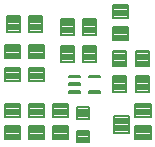
<source format=gbr>
G04 EAGLE Gerber RS-274X export*
G75*
%MOMM*%
%FSLAX34Y34*%
%LPD*%
%INSolderpaste Top*%
%IPPOS*%
%AMOC8*
5,1,8,0,0,1.08239X$1,22.5*%
G01*
%ADD10C,0.203000*%
%ADD11C,0.208000*%
%ADD12C,0.210000*%
%ADD13C,0.204000*%


D10*
X62965Y94665D02*
X62965Y96135D01*
X72435Y96135D01*
X72435Y94665D01*
X62965Y94665D01*
X62965Y89635D02*
X62965Y88165D01*
X62965Y89635D02*
X72435Y89635D01*
X72435Y88165D01*
X62965Y88165D01*
X62965Y83135D02*
X62965Y81665D01*
X62965Y83135D02*
X72435Y83135D01*
X72435Y81665D01*
X62965Y81665D01*
X79965Y81665D02*
X79965Y83135D01*
X89435Y83135D01*
X89435Y81665D01*
X79965Y81665D01*
X79965Y94665D02*
X79965Y96135D01*
X89435Y96135D01*
X89435Y94665D01*
X79965Y94665D01*
D11*
X42020Y53110D02*
X42020Y42190D01*
X29100Y42190D01*
X29100Y53110D01*
X42020Y53110D01*
X42020Y44166D02*
X29100Y44166D01*
X29100Y46142D02*
X42020Y46142D01*
X42020Y48118D02*
X29100Y48118D01*
X29100Y50094D02*
X42020Y50094D01*
X42020Y52070D02*
X29100Y52070D01*
X42020Y61190D02*
X42020Y72110D01*
X42020Y61190D02*
X29100Y61190D01*
X29100Y72110D01*
X42020Y72110D01*
X42020Y63166D02*
X29100Y63166D01*
X29100Y65142D02*
X42020Y65142D01*
X42020Y67118D02*
X29100Y67118D01*
X29100Y69094D02*
X42020Y69094D01*
X42020Y71070D02*
X29100Y71070D01*
X8780Y72110D02*
X8780Y61190D01*
X8780Y72110D02*
X21700Y72110D01*
X21700Y61190D01*
X8780Y61190D01*
X8780Y63166D02*
X21700Y63166D01*
X21700Y65142D02*
X8780Y65142D01*
X8780Y67118D02*
X21700Y67118D01*
X21700Y69094D02*
X8780Y69094D01*
X8780Y71070D02*
X21700Y71070D01*
X8780Y53110D02*
X8780Y42190D01*
X8780Y53110D02*
X21700Y53110D01*
X21700Y42190D01*
X8780Y42190D01*
X8780Y44166D02*
X21700Y44166D01*
X21700Y46142D02*
X8780Y46142D01*
X8780Y48118D02*
X21700Y48118D01*
X21700Y50094D02*
X8780Y50094D01*
X8780Y52070D02*
X21700Y52070D01*
X56160Y130700D02*
X67080Y130700D01*
X56160Y130700D02*
X56160Y143620D01*
X67080Y143620D01*
X67080Y130700D01*
X67080Y132676D02*
X56160Y132676D01*
X56160Y134652D02*
X67080Y134652D01*
X67080Y136628D02*
X56160Y136628D01*
X56160Y138604D02*
X67080Y138604D01*
X67080Y140580D02*
X56160Y140580D01*
X56160Y142556D02*
X67080Y142556D01*
X75160Y130700D02*
X86080Y130700D01*
X75160Y130700D02*
X75160Y143620D01*
X86080Y143620D01*
X86080Y130700D01*
X86080Y132676D02*
X75160Y132676D01*
X75160Y134652D02*
X86080Y134652D01*
X86080Y136628D02*
X75160Y136628D01*
X75160Y138604D02*
X86080Y138604D01*
X86080Y140580D02*
X75160Y140580D01*
X75160Y142556D02*
X86080Y142556D01*
X100220Y145010D02*
X100220Y155930D01*
X113140Y155930D01*
X113140Y145010D01*
X100220Y145010D01*
X100220Y146986D02*
X113140Y146986D01*
X113140Y148962D02*
X100220Y148962D01*
X100220Y150938D02*
X113140Y150938D01*
X113140Y152914D02*
X100220Y152914D01*
X100220Y154890D02*
X113140Y154890D01*
X100220Y136930D02*
X100220Y126010D01*
X100220Y136930D02*
X113140Y136930D01*
X113140Y126010D01*
X100220Y126010D01*
X100220Y127986D02*
X113140Y127986D01*
X113140Y129962D02*
X100220Y129962D01*
X100220Y131938D02*
X113140Y131938D01*
X113140Y133914D02*
X100220Y133914D01*
X100220Y135890D02*
X113140Y135890D01*
X86080Y120760D02*
X75160Y120760D01*
X86080Y120760D02*
X86080Y107840D01*
X75160Y107840D01*
X75160Y120760D01*
X75160Y109816D02*
X86080Y109816D01*
X86080Y111792D02*
X75160Y111792D01*
X75160Y113768D02*
X86080Y113768D01*
X86080Y115744D02*
X75160Y115744D01*
X75160Y117720D02*
X86080Y117720D01*
X86080Y119696D02*
X75160Y119696D01*
X67080Y120760D02*
X56160Y120760D01*
X67080Y120760D02*
X67080Y107840D01*
X56160Y107840D01*
X56160Y120760D01*
X56160Y109816D02*
X67080Y109816D01*
X67080Y111792D02*
X56160Y111792D01*
X56160Y113768D02*
X67080Y113768D01*
X67080Y115744D02*
X56160Y115744D01*
X56160Y117720D02*
X67080Y117720D01*
X67080Y119696D02*
X56160Y119696D01*
X40360Y146160D02*
X29440Y146160D01*
X40360Y146160D02*
X40360Y133240D01*
X29440Y133240D01*
X29440Y146160D01*
X29440Y135216D02*
X40360Y135216D01*
X40360Y137192D02*
X29440Y137192D01*
X29440Y139168D02*
X40360Y139168D01*
X40360Y141144D02*
X29440Y141144D01*
X29440Y143120D02*
X40360Y143120D01*
X40360Y145096D02*
X29440Y145096D01*
X21360Y146160D02*
X10440Y146160D01*
X21360Y146160D02*
X21360Y133240D01*
X10440Y133240D01*
X10440Y146160D01*
X10440Y135216D02*
X21360Y135216D01*
X21360Y137192D02*
X10440Y137192D01*
X10440Y139168D02*
X21360Y139168D01*
X21360Y141144D02*
X10440Y141144D01*
X10440Y143120D02*
X21360Y143120D01*
X21360Y145096D02*
X10440Y145096D01*
X119610Y95360D02*
X130530Y95360D01*
X130530Y82440D01*
X119610Y82440D01*
X119610Y95360D01*
X119610Y84416D02*
X130530Y84416D01*
X130530Y86392D02*
X119610Y86392D01*
X119610Y88368D02*
X130530Y88368D01*
X130530Y90344D02*
X119610Y90344D01*
X119610Y92320D02*
X130530Y92320D01*
X130530Y94296D02*
X119610Y94296D01*
X111530Y95360D02*
X100610Y95360D01*
X111530Y95360D02*
X111530Y82440D01*
X100610Y82440D01*
X100610Y95360D01*
X100610Y84416D02*
X111530Y84416D01*
X111530Y86392D02*
X100610Y86392D01*
X100610Y88368D02*
X111530Y88368D01*
X111530Y90344D02*
X100610Y90344D01*
X100610Y92320D02*
X111530Y92320D01*
X111530Y94296D02*
X100610Y94296D01*
X42020Y91720D02*
X42020Y102640D01*
X42020Y91720D02*
X29100Y91720D01*
X29100Y102640D01*
X42020Y102640D01*
X42020Y93696D02*
X29100Y93696D01*
X29100Y95672D02*
X42020Y95672D01*
X42020Y97648D02*
X29100Y97648D01*
X29100Y99624D02*
X42020Y99624D01*
X42020Y101600D02*
X29100Y101600D01*
X42020Y110720D02*
X42020Y121640D01*
X42020Y110720D02*
X29100Y110720D01*
X29100Y121640D01*
X42020Y121640D01*
X42020Y112696D02*
X29100Y112696D01*
X29100Y114672D02*
X42020Y114672D01*
X42020Y116648D02*
X29100Y116648D01*
X29100Y118624D02*
X42020Y118624D01*
X42020Y120600D02*
X29100Y120600D01*
X8780Y121640D02*
X8780Y110720D01*
X8780Y121640D02*
X21700Y121640D01*
X21700Y110720D01*
X8780Y110720D01*
X8780Y112696D02*
X21700Y112696D01*
X21700Y114672D02*
X8780Y114672D01*
X8780Y116648D02*
X21700Y116648D01*
X21700Y118624D02*
X8780Y118624D01*
X8780Y120600D02*
X21700Y120600D01*
X8780Y102640D02*
X8780Y91720D01*
X8780Y102640D02*
X21700Y102640D01*
X21700Y91720D01*
X8780Y91720D01*
X8780Y93696D02*
X21700Y93696D01*
X21700Y95672D02*
X8780Y95672D01*
X8780Y97648D02*
X21700Y97648D01*
X21700Y99624D02*
X8780Y99624D01*
X8780Y101600D02*
X21700Y101600D01*
X132190Y53110D02*
X132190Y42190D01*
X119270Y42190D01*
X119270Y53110D01*
X132190Y53110D01*
X132190Y44166D02*
X119270Y44166D01*
X119270Y46142D02*
X132190Y46142D01*
X132190Y48118D02*
X119270Y48118D01*
X119270Y50094D02*
X132190Y50094D01*
X132190Y52070D02*
X119270Y52070D01*
X132190Y61190D02*
X132190Y72110D01*
X132190Y61190D02*
X119270Y61190D01*
X119270Y72110D01*
X132190Y72110D01*
X132190Y63166D02*
X119270Y63166D01*
X119270Y65142D02*
X132190Y65142D01*
X132190Y67118D02*
X119270Y67118D01*
X119270Y69094D02*
X132190Y69094D01*
X132190Y71070D02*
X119270Y71070D01*
D12*
X100760Y61560D02*
X100760Y47660D01*
X100760Y61560D02*
X113660Y61560D01*
X113660Y47660D01*
X100760Y47660D01*
X100760Y49655D02*
X113660Y49655D01*
X113660Y51650D02*
X100760Y51650D01*
X100760Y53645D02*
X113660Y53645D01*
X113660Y55640D02*
X100760Y55640D01*
X100760Y57635D02*
X113660Y57635D01*
X113660Y59630D02*
X100760Y59630D01*
D13*
X69730Y59630D02*
X69730Y69590D01*
X79690Y69590D01*
X79690Y59630D01*
X69730Y59630D01*
X69730Y61568D02*
X79690Y61568D01*
X79690Y63506D02*
X69730Y63506D01*
X69730Y65444D02*
X79690Y65444D01*
X79690Y67382D02*
X69730Y67382D01*
X69730Y69320D02*
X79690Y69320D01*
X69730Y49590D02*
X69730Y39630D01*
X69730Y49590D02*
X79690Y49590D01*
X79690Y39630D01*
X69730Y39630D01*
X69730Y41568D02*
X79690Y41568D01*
X79690Y43506D02*
X69730Y43506D01*
X69730Y45444D02*
X79690Y45444D01*
X79690Y47382D02*
X69730Y47382D01*
X69730Y49320D02*
X79690Y49320D01*
D11*
X49420Y61190D02*
X49420Y72110D01*
X62340Y72110D01*
X62340Y61190D01*
X49420Y61190D01*
X49420Y63166D02*
X62340Y63166D01*
X62340Y65142D02*
X49420Y65142D01*
X49420Y67118D02*
X62340Y67118D01*
X62340Y69094D02*
X49420Y69094D01*
X49420Y71070D02*
X62340Y71070D01*
X49420Y53110D02*
X49420Y42190D01*
X49420Y53110D02*
X62340Y53110D01*
X62340Y42190D01*
X49420Y42190D01*
X49420Y44166D02*
X62340Y44166D01*
X62340Y46142D02*
X49420Y46142D01*
X49420Y48118D02*
X62340Y48118D01*
X62340Y50094D02*
X49420Y50094D01*
X49420Y52070D02*
X62340Y52070D01*
X119610Y116950D02*
X130530Y116950D01*
X130530Y104030D01*
X119610Y104030D01*
X119610Y116950D01*
X119610Y106006D02*
X130530Y106006D01*
X130530Y107982D02*
X119610Y107982D01*
X119610Y109958D02*
X130530Y109958D01*
X130530Y111934D02*
X119610Y111934D01*
X119610Y113910D02*
X130530Y113910D01*
X130530Y115886D02*
X119610Y115886D01*
X111530Y116950D02*
X100610Y116950D01*
X111530Y116950D02*
X111530Y104030D01*
X100610Y104030D01*
X100610Y116950D01*
X100610Y106006D02*
X111530Y106006D01*
X111530Y107982D02*
X100610Y107982D01*
X100610Y109958D02*
X111530Y109958D01*
X111530Y111934D02*
X100610Y111934D01*
X100610Y113910D02*
X111530Y113910D01*
X111530Y115886D02*
X100610Y115886D01*
M02*

</source>
